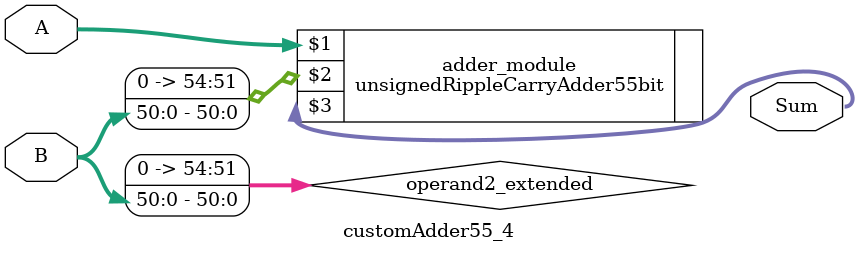
<source format=v>
module customAdder55_4(
                        input [54 : 0] A,
                        input [50 : 0] B,
                        
                        output [55 : 0] Sum
                );

        wire [54 : 0] operand2_extended;
        
        assign operand2_extended =  {4'b0, B};
        
        unsignedRippleCarryAdder55bit adder_module(
            A,
            operand2_extended,
            Sum
        );
        
        endmodule
        
</source>
